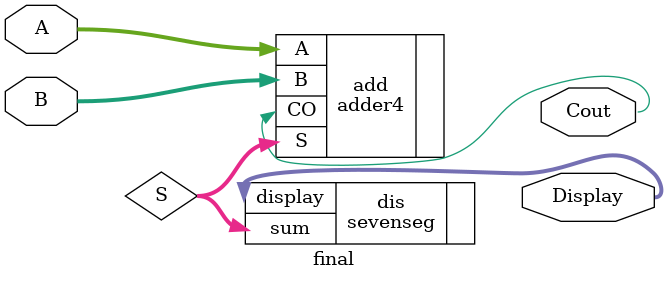
<source format=v>
`timescale 1ns / 1ps


module final(
    input [3:0] A,
    input [3:0] B,
    output Cout,
    output [6:0] Display
    );
    
    wire [3:0] S; 
    
    adder4 add(.A(A), .B(B), .CO(Cout), .S(S));
    sevenseg dis(.sum(S), .display(Display));
    
    
endmodule

</source>
